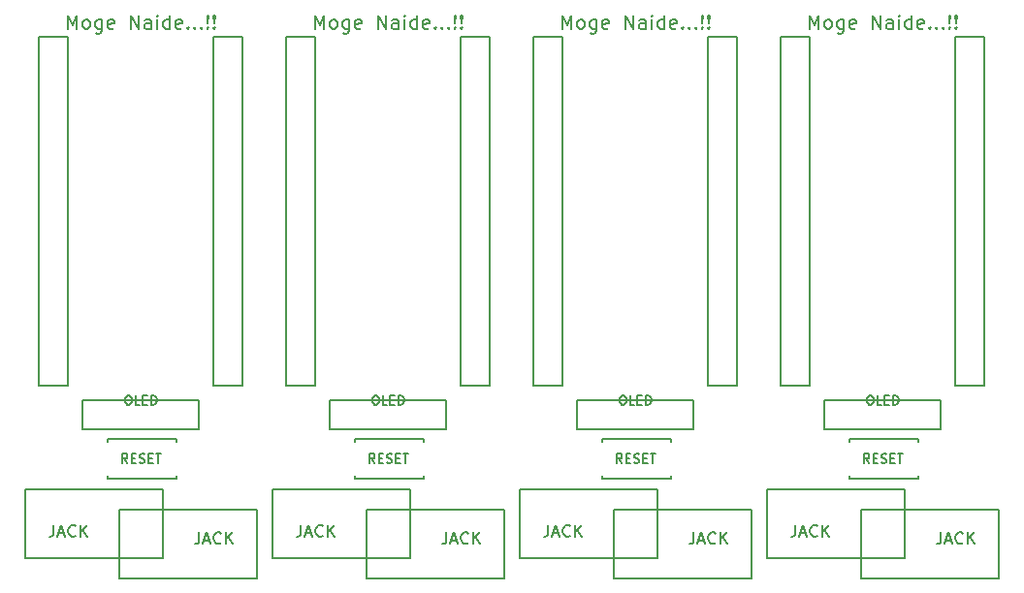
<source format=gto>
G04 #@! TF.GenerationSoftware,KiCad,Pcbnew,5.0.0-fee4fd1~66~ubuntu18.04.1*
G04 #@! TF.CreationDate,2018-09-17T00:42:53+09:00*
G04 #@! TF.ProjectId,MxLEDBit,4D784C45444269742E6B696361645F70,1*
G04 #@! TF.SameCoordinates,Original*
G04 #@! TF.FileFunction,Legend,Top*
G04 #@! TF.FilePolarity,Positive*
%FSLAX46Y46*%
G04 Gerber Fmt 4.6, Leading zero omitted, Abs format (unit mm)*
G04 Created by KiCad (PCBNEW 5.0.0-fee4fd1~66~ubuntu18.04.1) date Mon Sep 17 00:42:53 2018*
%MOMM*%
%LPD*%
G01*
G04 APERTURE LIST*
%ADD10C,0.200000*%
%ADD11C,0.187500*%
%ADD12C,0.150000*%
G04 APERTURE END LIST*
D10*
X95885000Y-79375000D02*
X95885000Y-81915000D01*
X117475000Y-79375000D02*
X117475000Y-81915000D01*
X139065000Y-79375000D02*
X139065000Y-81915000D01*
X95885000Y-81915000D02*
X106045000Y-81915000D01*
X117475000Y-81915000D02*
X127635000Y-81915000D01*
X139065000Y-81915000D02*
X149225000Y-81915000D01*
X106045000Y-81915000D02*
X106045000Y-79375000D01*
X127635000Y-81915000D02*
X127635000Y-79375000D01*
X149225000Y-81915000D02*
X149225000Y-79375000D01*
X106045000Y-79375000D02*
X95885000Y-79375000D01*
X127635000Y-79375000D02*
X117475000Y-79375000D01*
X149225000Y-79375000D02*
X139065000Y-79375000D01*
D11*
X94565000Y-46897857D02*
X94565000Y-45697857D01*
X94965000Y-46555000D01*
X95365000Y-45697857D01*
X95365000Y-46897857D01*
X96107857Y-46897857D02*
X95993571Y-46840714D01*
X95936428Y-46783571D01*
X95879285Y-46669285D01*
X95879285Y-46326428D01*
X95936428Y-46212142D01*
X95993571Y-46155000D01*
X96107857Y-46097857D01*
X96279285Y-46097857D01*
X96393571Y-46155000D01*
X96450714Y-46212142D01*
X96507857Y-46326428D01*
X96507857Y-46669285D01*
X96450714Y-46783571D01*
X96393571Y-46840714D01*
X96279285Y-46897857D01*
X96107857Y-46897857D01*
X97536428Y-46097857D02*
X97536428Y-47069285D01*
X97479285Y-47183571D01*
X97422142Y-47240714D01*
X97307857Y-47297857D01*
X97136428Y-47297857D01*
X97022142Y-47240714D01*
X97536428Y-46840714D02*
X97422142Y-46897857D01*
X97193571Y-46897857D01*
X97079285Y-46840714D01*
X97022142Y-46783571D01*
X96965000Y-46669285D01*
X96965000Y-46326428D01*
X97022142Y-46212142D01*
X97079285Y-46155000D01*
X97193571Y-46097857D01*
X97422142Y-46097857D01*
X97536428Y-46155000D01*
X98565000Y-46840714D02*
X98450714Y-46897857D01*
X98222142Y-46897857D01*
X98107857Y-46840714D01*
X98050714Y-46726428D01*
X98050714Y-46269285D01*
X98107857Y-46155000D01*
X98222142Y-46097857D01*
X98450714Y-46097857D01*
X98565000Y-46155000D01*
X98622142Y-46269285D01*
X98622142Y-46383571D01*
X98050714Y-46497857D01*
X100050714Y-46897857D02*
X100050714Y-45697857D01*
X100736428Y-46897857D01*
X100736428Y-45697857D01*
X101822142Y-46897857D02*
X101822142Y-46269285D01*
X101765000Y-46155000D01*
X101650714Y-46097857D01*
X101422142Y-46097857D01*
X101307857Y-46155000D01*
X101822142Y-46840714D02*
X101707857Y-46897857D01*
X101422142Y-46897857D01*
X101307857Y-46840714D01*
X101250714Y-46726428D01*
X101250714Y-46612142D01*
X101307857Y-46497857D01*
X101422142Y-46440714D01*
X101707857Y-46440714D01*
X101822142Y-46383571D01*
X102393571Y-46897857D02*
X102393571Y-46097857D01*
X102393571Y-45697857D02*
X102336428Y-45755000D01*
X102393571Y-45812142D01*
X102450714Y-45755000D01*
X102393571Y-45697857D01*
X102393571Y-45812142D01*
X103479285Y-46897857D02*
X103479285Y-45697857D01*
X103479285Y-46840714D02*
X103365000Y-46897857D01*
X103136428Y-46897857D01*
X103022142Y-46840714D01*
X102965000Y-46783571D01*
X102907857Y-46669285D01*
X102907857Y-46326428D01*
X102965000Y-46212142D01*
X103022142Y-46155000D01*
X103136428Y-46097857D01*
X103365000Y-46097857D01*
X103479285Y-46155000D01*
X104507857Y-46840714D02*
X104393571Y-46897857D01*
X104165000Y-46897857D01*
X104050714Y-46840714D01*
X103993571Y-46726428D01*
X103993571Y-46269285D01*
X104050714Y-46155000D01*
X104165000Y-46097857D01*
X104393571Y-46097857D01*
X104507857Y-46155000D01*
X104565000Y-46269285D01*
X104565000Y-46383571D01*
X103993571Y-46497857D01*
X105079285Y-46783571D02*
X105136428Y-46840714D01*
X105079285Y-46897857D01*
X105022142Y-46840714D01*
X105079285Y-46783571D01*
X105079285Y-46897857D01*
X105650714Y-46783571D02*
X105707857Y-46840714D01*
X105650714Y-46897857D01*
X105593571Y-46840714D01*
X105650714Y-46783571D01*
X105650714Y-46897857D01*
X106222142Y-46783571D02*
X106279285Y-46840714D01*
X106222142Y-46897857D01*
X106165000Y-46840714D01*
X106222142Y-46783571D01*
X106222142Y-46897857D01*
X106793571Y-46783571D02*
X106850714Y-46840714D01*
X106793571Y-46897857D01*
X106736428Y-46840714D01*
X106793571Y-46783571D01*
X106793571Y-46897857D01*
X106793571Y-46440714D02*
X106736428Y-45755000D01*
X106793571Y-45697857D01*
X106850714Y-45755000D01*
X106793571Y-46440714D01*
X106793571Y-45697857D01*
X107365000Y-46783571D02*
X107422142Y-46840714D01*
X107365000Y-46897857D01*
X107307857Y-46840714D01*
X107365000Y-46783571D01*
X107365000Y-46897857D01*
X107365000Y-46440714D02*
X107307857Y-45755000D01*
X107365000Y-45697857D01*
X107422142Y-45755000D01*
X107365000Y-46440714D01*
X107365000Y-45697857D01*
X116155000Y-46897857D02*
X116155000Y-45697857D01*
X116555000Y-46555000D01*
X116955000Y-45697857D01*
X116955000Y-46897857D01*
X117697857Y-46897857D02*
X117583571Y-46840714D01*
X117526428Y-46783571D01*
X117469285Y-46669285D01*
X117469285Y-46326428D01*
X117526428Y-46212142D01*
X117583571Y-46155000D01*
X117697857Y-46097857D01*
X117869285Y-46097857D01*
X117983571Y-46155000D01*
X118040714Y-46212142D01*
X118097857Y-46326428D01*
X118097857Y-46669285D01*
X118040714Y-46783571D01*
X117983571Y-46840714D01*
X117869285Y-46897857D01*
X117697857Y-46897857D01*
X119126428Y-46097857D02*
X119126428Y-47069285D01*
X119069285Y-47183571D01*
X119012142Y-47240714D01*
X118897857Y-47297857D01*
X118726428Y-47297857D01*
X118612142Y-47240714D01*
X119126428Y-46840714D02*
X119012142Y-46897857D01*
X118783571Y-46897857D01*
X118669285Y-46840714D01*
X118612142Y-46783571D01*
X118555000Y-46669285D01*
X118555000Y-46326428D01*
X118612142Y-46212142D01*
X118669285Y-46155000D01*
X118783571Y-46097857D01*
X119012142Y-46097857D01*
X119126428Y-46155000D01*
X120155000Y-46840714D02*
X120040714Y-46897857D01*
X119812142Y-46897857D01*
X119697857Y-46840714D01*
X119640714Y-46726428D01*
X119640714Y-46269285D01*
X119697857Y-46155000D01*
X119812142Y-46097857D01*
X120040714Y-46097857D01*
X120155000Y-46155000D01*
X120212142Y-46269285D01*
X120212142Y-46383571D01*
X119640714Y-46497857D01*
X121640714Y-46897857D02*
X121640714Y-45697857D01*
X122326428Y-46897857D01*
X122326428Y-45697857D01*
X123412142Y-46897857D02*
X123412142Y-46269285D01*
X123355000Y-46155000D01*
X123240714Y-46097857D01*
X123012142Y-46097857D01*
X122897857Y-46155000D01*
X123412142Y-46840714D02*
X123297857Y-46897857D01*
X123012142Y-46897857D01*
X122897857Y-46840714D01*
X122840714Y-46726428D01*
X122840714Y-46612142D01*
X122897857Y-46497857D01*
X123012142Y-46440714D01*
X123297857Y-46440714D01*
X123412142Y-46383571D01*
X123983571Y-46897857D02*
X123983571Y-46097857D01*
X123983571Y-45697857D02*
X123926428Y-45755000D01*
X123983571Y-45812142D01*
X124040714Y-45755000D01*
X123983571Y-45697857D01*
X123983571Y-45812142D01*
X125069285Y-46897857D02*
X125069285Y-45697857D01*
X125069285Y-46840714D02*
X124955000Y-46897857D01*
X124726428Y-46897857D01*
X124612142Y-46840714D01*
X124555000Y-46783571D01*
X124497857Y-46669285D01*
X124497857Y-46326428D01*
X124555000Y-46212142D01*
X124612142Y-46155000D01*
X124726428Y-46097857D01*
X124955000Y-46097857D01*
X125069285Y-46155000D01*
X126097857Y-46840714D02*
X125983571Y-46897857D01*
X125755000Y-46897857D01*
X125640714Y-46840714D01*
X125583571Y-46726428D01*
X125583571Y-46269285D01*
X125640714Y-46155000D01*
X125755000Y-46097857D01*
X125983571Y-46097857D01*
X126097857Y-46155000D01*
X126155000Y-46269285D01*
X126155000Y-46383571D01*
X125583571Y-46497857D01*
X126669285Y-46783571D02*
X126726428Y-46840714D01*
X126669285Y-46897857D01*
X126612142Y-46840714D01*
X126669285Y-46783571D01*
X126669285Y-46897857D01*
X127240714Y-46783571D02*
X127297857Y-46840714D01*
X127240714Y-46897857D01*
X127183571Y-46840714D01*
X127240714Y-46783571D01*
X127240714Y-46897857D01*
X127812142Y-46783571D02*
X127869285Y-46840714D01*
X127812142Y-46897857D01*
X127755000Y-46840714D01*
X127812142Y-46783571D01*
X127812142Y-46897857D01*
X128383571Y-46783571D02*
X128440714Y-46840714D01*
X128383571Y-46897857D01*
X128326428Y-46840714D01*
X128383571Y-46783571D01*
X128383571Y-46897857D01*
X128383571Y-46440714D02*
X128326428Y-45755000D01*
X128383571Y-45697857D01*
X128440714Y-45755000D01*
X128383571Y-46440714D01*
X128383571Y-45697857D01*
X128955000Y-46783571D02*
X129012142Y-46840714D01*
X128955000Y-46897857D01*
X128897857Y-46840714D01*
X128955000Y-46783571D01*
X128955000Y-46897857D01*
X128955000Y-46440714D02*
X128897857Y-45755000D01*
X128955000Y-45697857D01*
X129012142Y-45755000D01*
X128955000Y-46440714D01*
X128955000Y-45697857D01*
X137745000Y-46897857D02*
X137745000Y-45697857D01*
X138145000Y-46555000D01*
X138545000Y-45697857D01*
X138545000Y-46897857D01*
X139287857Y-46897857D02*
X139173571Y-46840714D01*
X139116428Y-46783571D01*
X139059285Y-46669285D01*
X139059285Y-46326428D01*
X139116428Y-46212142D01*
X139173571Y-46155000D01*
X139287857Y-46097857D01*
X139459285Y-46097857D01*
X139573571Y-46155000D01*
X139630714Y-46212142D01*
X139687857Y-46326428D01*
X139687857Y-46669285D01*
X139630714Y-46783571D01*
X139573571Y-46840714D01*
X139459285Y-46897857D01*
X139287857Y-46897857D01*
X140716428Y-46097857D02*
X140716428Y-47069285D01*
X140659285Y-47183571D01*
X140602142Y-47240714D01*
X140487857Y-47297857D01*
X140316428Y-47297857D01*
X140202142Y-47240714D01*
X140716428Y-46840714D02*
X140602142Y-46897857D01*
X140373571Y-46897857D01*
X140259285Y-46840714D01*
X140202142Y-46783571D01*
X140145000Y-46669285D01*
X140145000Y-46326428D01*
X140202142Y-46212142D01*
X140259285Y-46155000D01*
X140373571Y-46097857D01*
X140602142Y-46097857D01*
X140716428Y-46155000D01*
X141745000Y-46840714D02*
X141630714Y-46897857D01*
X141402142Y-46897857D01*
X141287857Y-46840714D01*
X141230714Y-46726428D01*
X141230714Y-46269285D01*
X141287857Y-46155000D01*
X141402142Y-46097857D01*
X141630714Y-46097857D01*
X141745000Y-46155000D01*
X141802142Y-46269285D01*
X141802142Y-46383571D01*
X141230714Y-46497857D01*
X143230714Y-46897857D02*
X143230714Y-45697857D01*
X143916428Y-46897857D01*
X143916428Y-45697857D01*
X145002142Y-46897857D02*
X145002142Y-46269285D01*
X144945000Y-46155000D01*
X144830714Y-46097857D01*
X144602142Y-46097857D01*
X144487857Y-46155000D01*
X145002142Y-46840714D02*
X144887857Y-46897857D01*
X144602142Y-46897857D01*
X144487857Y-46840714D01*
X144430714Y-46726428D01*
X144430714Y-46612142D01*
X144487857Y-46497857D01*
X144602142Y-46440714D01*
X144887857Y-46440714D01*
X145002142Y-46383571D01*
X145573571Y-46897857D02*
X145573571Y-46097857D01*
X145573571Y-45697857D02*
X145516428Y-45755000D01*
X145573571Y-45812142D01*
X145630714Y-45755000D01*
X145573571Y-45697857D01*
X145573571Y-45812142D01*
X146659285Y-46897857D02*
X146659285Y-45697857D01*
X146659285Y-46840714D02*
X146545000Y-46897857D01*
X146316428Y-46897857D01*
X146202142Y-46840714D01*
X146145000Y-46783571D01*
X146087857Y-46669285D01*
X146087857Y-46326428D01*
X146145000Y-46212142D01*
X146202142Y-46155000D01*
X146316428Y-46097857D01*
X146545000Y-46097857D01*
X146659285Y-46155000D01*
X147687857Y-46840714D02*
X147573571Y-46897857D01*
X147345000Y-46897857D01*
X147230714Y-46840714D01*
X147173571Y-46726428D01*
X147173571Y-46269285D01*
X147230714Y-46155000D01*
X147345000Y-46097857D01*
X147573571Y-46097857D01*
X147687857Y-46155000D01*
X147745000Y-46269285D01*
X147745000Y-46383571D01*
X147173571Y-46497857D01*
X148259285Y-46783571D02*
X148316428Y-46840714D01*
X148259285Y-46897857D01*
X148202142Y-46840714D01*
X148259285Y-46783571D01*
X148259285Y-46897857D01*
X148830714Y-46783571D02*
X148887857Y-46840714D01*
X148830714Y-46897857D01*
X148773571Y-46840714D01*
X148830714Y-46783571D01*
X148830714Y-46897857D01*
X149402142Y-46783571D02*
X149459285Y-46840714D01*
X149402142Y-46897857D01*
X149345000Y-46840714D01*
X149402142Y-46783571D01*
X149402142Y-46897857D01*
X149973571Y-46783571D02*
X150030714Y-46840714D01*
X149973571Y-46897857D01*
X149916428Y-46840714D01*
X149973571Y-46783571D01*
X149973571Y-46897857D01*
X149973571Y-46440714D02*
X149916428Y-45755000D01*
X149973571Y-45697857D01*
X150030714Y-45755000D01*
X149973571Y-46440714D01*
X149973571Y-45697857D01*
X150545000Y-46783571D02*
X150602142Y-46840714D01*
X150545000Y-46897857D01*
X150487857Y-46840714D01*
X150545000Y-46783571D01*
X150545000Y-46897857D01*
X150545000Y-46440714D02*
X150487857Y-45755000D01*
X150545000Y-45697857D01*
X150602142Y-45755000D01*
X150545000Y-46440714D01*
X150545000Y-45697857D01*
X159335000Y-46897857D02*
X159335000Y-45697857D01*
X159735000Y-46555000D01*
X160135000Y-45697857D01*
X160135000Y-46897857D01*
X160877857Y-46897857D02*
X160763571Y-46840714D01*
X160706428Y-46783571D01*
X160649285Y-46669285D01*
X160649285Y-46326428D01*
X160706428Y-46212142D01*
X160763571Y-46155000D01*
X160877857Y-46097857D01*
X161049285Y-46097857D01*
X161163571Y-46155000D01*
X161220714Y-46212142D01*
X161277857Y-46326428D01*
X161277857Y-46669285D01*
X161220714Y-46783571D01*
X161163571Y-46840714D01*
X161049285Y-46897857D01*
X160877857Y-46897857D01*
X162306428Y-46097857D02*
X162306428Y-47069285D01*
X162249285Y-47183571D01*
X162192142Y-47240714D01*
X162077857Y-47297857D01*
X161906428Y-47297857D01*
X161792142Y-47240714D01*
X162306428Y-46840714D02*
X162192142Y-46897857D01*
X161963571Y-46897857D01*
X161849285Y-46840714D01*
X161792142Y-46783571D01*
X161735000Y-46669285D01*
X161735000Y-46326428D01*
X161792142Y-46212142D01*
X161849285Y-46155000D01*
X161963571Y-46097857D01*
X162192142Y-46097857D01*
X162306428Y-46155000D01*
X163335000Y-46840714D02*
X163220714Y-46897857D01*
X162992142Y-46897857D01*
X162877857Y-46840714D01*
X162820714Y-46726428D01*
X162820714Y-46269285D01*
X162877857Y-46155000D01*
X162992142Y-46097857D01*
X163220714Y-46097857D01*
X163335000Y-46155000D01*
X163392142Y-46269285D01*
X163392142Y-46383571D01*
X162820714Y-46497857D01*
X164820714Y-46897857D02*
X164820714Y-45697857D01*
X165506428Y-46897857D01*
X165506428Y-45697857D01*
X166592142Y-46897857D02*
X166592142Y-46269285D01*
X166535000Y-46155000D01*
X166420714Y-46097857D01*
X166192142Y-46097857D01*
X166077857Y-46155000D01*
X166592142Y-46840714D02*
X166477857Y-46897857D01*
X166192142Y-46897857D01*
X166077857Y-46840714D01*
X166020714Y-46726428D01*
X166020714Y-46612142D01*
X166077857Y-46497857D01*
X166192142Y-46440714D01*
X166477857Y-46440714D01*
X166592142Y-46383571D01*
X167163571Y-46897857D02*
X167163571Y-46097857D01*
X167163571Y-45697857D02*
X167106428Y-45755000D01*
X167163571Y-45812142D01*
X167220714Y-45755000D01*
X167163571Y-45697857D01*
X167163571Y-45812142D01*
X168249285Y-46897857D02*
X168249285Y-45697857D01*
X168249285Y-46840714D02*
X168135000Y-46897857D01*
X167906428Y-46897857D01*
X167792142Y-46840714D01*
X167735000Y-46783571D01*
X167677857Y-46669285D01*
X167677857Y-46326428D01*
X167735000Y-46212142D01*
X167792142Y-46155000D01*
X167906428Y-46097857D01*
X168135000Y-46097857D01*
X168249285Y-46155000D01*
X169277857Y-46840714D02*
X169163571Y-46897857D01*
X168935000Y-46897857D01*
X168820714Y-46840714D01*
X168763571Y-46726428D01*
X168763571Y-46269285D01*
X168820714Y-46155000D01*
X168935000Y-46097857D01*
X169163571Y-46097857D01*
X169277857Y-46155000D01*
X169335000Y-46269285D01*
X169335000Y-46383571D01*
X168763571Y-46497857D01*
X169849285Y-46783571D02*
X169906428Y-46840714D01*
X169849285Y-46897857D01*
X169792142Y-46840714D01*
X169849285Y-46783571D01*
X169849285Y-46897857D01*
X170420714Y-46783571D02*
X170477857Y-46840714D01*
X170420714Y-46897857D01*
X170363571Y-46840714D01*
X170420714Y-46783571D01*
X170420714Y-46897857D01*
X170992142Y-46783571D02*
X171049285Y-46840714D01*
X170992142Y-46897857D01*
X170935000Y-46840714D01*
X170992142Y-46783571D01*
X170992142Y-46897857D01*
X171563571Y-46783571D02*
X171620714Y-46840714D01*
X171563571Y-46897857D01*
X171506428Y-46840714D01*
X171563571Y-46783571D01*
X171563571Y-46897857D01*
X171563571Y-46440714D02*
X171506428Y-45755000D01*
X171563571Y-45697857D01*
X171620714Y-45755000D01*
X171563571Y-46440714D01*
X171563571Y-45697857D01*
X172135000Y-46783571D02*
X172192142Y-46840714D01*
X172135000Y-46897857D01*
X172077857Y-46840714D01*
X172135000Y-46783571D01*
X172135000Y-46897857D01*
X172135000Y-46440714D02*
X172077857Y-45755000D01*
X172135000Y-45697857D01*
X172192142Y-45755000D01*
X172135000Y-46440714D01*
X172135000Y-45697857D01*
D10*
X170815000Y-79375000D02*
X160655000Y-79375000D01*
X170815000Y-81915000D02*
X170815000Y-79375000D01*
X160655000Y-81915000D02*
X170815000Y-81915000D01*
X160655000Y-79375000D02*
X160655000Y-81915000D01*
D12*
G04 #@! TO.C,RESET1*
X104040000Y-82705000D02*
X104040000Y-82955000D01*
X98040000Y-82705000D02*
X104040000Y-82705000D01*
X98040000Y-82705000D02*
X98040000Y-82955000D01*
X98040000Y-86205000D02*
X98040000Y-85955000D01*
X104040000Y-86205000D02*
X104040000Y-85955000D01*
X98040000Y-86205000D02*
X104040000Y-86205000D01*
X125630000Y-82705000D02*
X125630000Y-82955000D01*
X119630000Y-82705000D02*
X125630000Y-82705000D01*
X119630000Y-82705000D02*
X119630000Y-82955000D01*
X119630000Y-86205000D02*
X119630000Y-85955000D01*
X125630000Y-86205000D02*
X125630000Y-85955000D01*
X119630000Y-86205000D02*
X125630000Y-86205000D01*
X147220000Y-82705000D02*
X147220000Y-82955000D01*
X141220000Y-82705000D02*
X147220000Y-82705000D01*
X141220000Y-82705000D02*
X141220000Y-82955000D01*
X141220000Y-86205000D02*
X141220000Y-85955000D01*
X147220000Y-86205000D02*
X147220000Y-85955000D01*
X141220000Y-86205000D02*
X147220000Y-86205000D01*
G04 #@! TO.C,JACK*
X90855000Y-93130000D02*
X90855000Y-87130000D01*
X90855000Y-87130000D02*
X102855000Y-87130000D01*
X102855000Y-87130000D02*
X102855000Y-93130000D01*
X102855000Y-93130000D02*
X90855000Y-93130000D01*
X112445000Y-93130000D02*
X112445000Y-87130000D01*
X112445000Y-87130000D02*
X124445000Y-87130000D01*
X124445000Y-87130000D02*
X124445000Y-93130000D01*
X124445000Y-93130000D02*
X112445000Y-93130000D01*
X134035000Y-93130000D02*
X134035000Y-87130000D01*
X134035000Y-87130000D02*
X146035000Y-87130000D01*
X146035000Y-87130000D02*
X146035000Y-93130000D01*
X146035000Y-93130000D02*
X134035000Y-93130000D01*
X111075000Y-88880000D02*
X111075000Y-94880000D01*
X111075000Y-94880000D02*
X99075000Y-94880000D01*
X99075000Y-94880000D02*
X99075000Y-88880000D01*
X99075000Y-88880000D02*
X111075000Y-88880000D01*
X132665000Y-88880000D02*
X132665000Y-94880000D01*
X132665000Y-94880000D02*
X120665000Y-94880000D01*
X120665000Y-94880000D02*
X120665000Y-88880000D01*
X120665000Y-88880000D02*
X132665000Y-88880000D01*
X154255000Y-88880000D02*
X154255000Y-94880000D01*
X154255000Y-94880000D02*
X142255000Y-94880000D01*
X142255000Y-94880000D02*
X142255000Y-88880000D01*
X142255000Y-88880000D02*
X154255000Y-88880000D01*
G04 #@! TO.C,U2*
X109855000Y-78105000D02*
X109855000Y-47625000D01*
X107315000Y-78105000D02*
X109855000Y-78105000D01*
X107315000Y-47625000D02*
X107315000Y-78105000D01*
X109855000Y-47625000D02*
X107315000Y-47625000D01*
X94615000Y-78105000D02*
X94615000Y-47625000D01*
X92075000Y-78105000D02*
X94615000Y-78105000D01*
X92075000Y-47625000D02*
X92075000Y-78105000D01*
X94615000Y-47625000D02*
X92075000Y-47625000D01*
X131445000Y-78105000D02*
X131445000Y-47625000D01*
X128905000Y-78105000D02*
X131445000Y-78105000D01*
X128905000Y-47625000D02*
X128905000Y-78105000D01*
X131445000Y-47625000D02*
X128905000Y-47625000D01*
X116205000Y-78105000D02*
X116205000Y-47625000D01*
X113665000Y-78105000D02*
X116205000Y-78105000D01*
X113665000Y-47625000D02*
X113665000Y-78105000D01*
X116205000Y-47625000D02*
X113665000Y-47625000D01*
X153035000Y-78105000D02*
X153035000Y-47625000D01*
X150495000Y-78105000D02*
X153035000Y-78105000D01*
X150495000Y-47625000D02*
X150495000Y-78105000D01*
X153035000Y-47625000D02*
X150495000Y-47625000D01*
X137795000Y-78105000D02*
X137795000Y-47625000D01*
X135255000Y-78105000D02*
X137795000Y-78105000D01*
X135255000Y-47625000D02*
X135255000Y-78105000D01*
X137795000Y-47625000D02*
X135255000Y-47625000D01*
G04 #@! TO.C,OLED*
X95885000Y-81915000D02*
X95885000Y-79375000D01*
X106045000Y-79375000D02*
X106045000Y-81915000D01*
X95885000Y-79375000D02*
X106045000Y-79375000D01*
X95885000Y-81915000D02*
X106045000Y-81915000D01*
X117475000Y-81915000D02*
X117475000Y-79375000D01*
X127635000Y-79375000D02*
X127635000Y-81915000D01*
X117475000Y-79375000D02*
X127635000Y-79375000D01*
X117475000Y-81915000D02*
X127635000Y-81915000D01*
X139065000Y-81915000D02*
X139065000Y-79375000D01*
X149225000Y-79375000D02*
X149225000Y-81915000D01*
X139065000Y-79375000D02*
X149225000Y-79375000D01*
X139065000Y-81915000D02*
X149225000Y-81915000D01*
G04 #@! TO.C,JACK*
X167625000Y-93130000D02*
X155625000Y-93130000D01*
X167625000Y-87130000D02*
X167625000Y-93130000D01*
X155625000Y-87130000D02*
X167625000Y-87130000D01*
X155625000Y-93130000D02*
X155625000Y-87130000D01*
X163845000Y-88880000D02*
X175845000Y-88880000D01*
X163845000Y-94880000D02*
X163845000Y-88880000D01*
X175845000Y-94880000D02*
X163845000Y-94880000D01*
X175845000Y-88880000D02*
X175845000Y-94880000D01*
G04 #@! TO.C,OLED*
X160655000Y-81915000D02*
X170815000Y-81915000D01*
X160655000Y-79375000D02*
X170815000Y-79375000D01*
X170815000Y-79375000D02*
X170815000Y-81915000D01*
X160655000Y-81915000D02*
X160655000Y-79375000D01*
G04 #@! TO.C,U2*
X159385000Y-47625000D02*
X156845000Y-47625000D01*
X156845000Y-47625000D02*
X156845000Y-78105000D01*
X156845000Y-78105000D02*
X159385000Y-78105000D01*
X159385000Y-78105000D02*
X159385000Y-47625000D01*
X174625000Y-47625000D02*
X172085000Y-47625000D01*
X172085000Y-47625000D02*
X172085000Y-78105000D01*
X172085000Y-78105000D02*
X174625000Y-78105000D01*
X174625000Y-78105000D02*
X174625000Y-47625000D01*
G04 #@! TO.C,RESET1*
X162810000Y-86205000D02*
X168810000Y-86205000D01*
X168810000Y-86205000D02*
X168810000Y-85955000D01*
X162810000Y-86205000D02*
X162810000Y-85955000D01*
X162810000Y-82705000D02*
X162810000Y-82955000D01*
X162810000Y-82705000D02*
X168810000Y-82705000D01*
X168810000Y-82705000D02*
X168810000Y-82955000D01*
X99784504Y-84822695D02*
X99513571Y-84435647D01*
X99320047Y-84822695D02*
X99320047Y-84009895D01*
X99629685Y-84009895D01*
X99707095Y-84048600D01*
X99745800Y-84087304D01*
X99784504Y-84164714D01*
X99784504Y-84280828D01*
X99745800Y-84358238D01*
X99707095Y-84396942D01*
X99629685Y-84435647D01*
X99320047Y-84435647D01*
X100132847Y-84396942D02*
X100403780Y-84396942D01*
X100519895Y-84822695D02*
X100132847Y-84822695D01*
X100132847Y-84009895D01*
X100519895Y-84009895D01*
X100829533Y-84783990D02*
X100945647Y-84822695D01*
X101139171Y-84822695D01*
X101216580Y-84783990D01*
X101255285Y-84745285D01*
X101293990Y-84667876D01*
X101293990Y-84590466D01*
X101255285Y-84513057D01*
X101216580Y-84474352D01*
X101139171Y-84435647D01*
X100984352Y-84396942D01*
X100906942Y-84358238D01*
X100868238Y-84319533D01*
X100829533Y-84242123D01*
X100829533Y-84164714D01*
X100868238Y-84087304D01*
X100906942Y-84048600D01*
X100984352Y-84009895D01*
X101177876Y-84009895D01*
X101293990Y-84048600D01*
X101642333Y-84396942D02*
X101913266Y-84396942D01*
X102029380Y-84822695D02*
X101642333Y-84822695D01*
X101642333Y-84009895D01*
X102029380Y-84009895D01*
X102261609Y-84009895D02*
X102726066Y-84009895D01*
X102493838Y-84822695D02*
X102493838Y-84009895D01*
X121374504Y-84822695D02*
X121103571Y-84435647D01*
X120910047Y-84822695D02*
X120910047Y-84009895D01*
X121219685Y-84009895D01*
X121297095Y-84048600D01*
X121335800Y-84087304D01*
X121374504Y-84164714D01*
X121374504Y-84280828D01*
X121335800Y-84358238D01*
X121297095Y-84396942D01*
X121219685Y-84435647D01*
X120910047Y-84435647D01*
X121722847Y-84396942D02*
X121993780Y-84396942D01*
X122109895Y-84822695D02*
X121722847Y-84822695D01*
X121722847Y-84009895D01*
X122109895Y-84009895D01*
X122419533Y-84783990D02*
X122535647Y-84822695D01*
X122729171Y-84822695D01*
X122806580Y-84783990D01*
X122845285Y-84745285D01*
X122883990Y-84667876D01*
X122883990Y-84590466D01*
X122845285Y-84513057D01*
X122806580Y-84474352D01*
X122729171Y-84435647D01*
X122574352Y-84396942D01*
X122496942Y-84358238D01*
X122458238Y-84319533D01*
X122419533Y-84242123D01*
X122419533Y-84164714D01*
X122458238Y-84087304D01*
X122496942Y-84048600D01*
X122574352Y-84009895D01*
X122767876Y-84009895D01*
X122883990Y-84048600D01*
X123232333Y-84396942D02*
X123503266Y-84396942D01*
X123619380Y-84822695D02*
X123232333Y-84822695D01*
X123232333Y-84009895D01*
X123619380Y-84009895D01*
X123851609Y-84009895D02*
X124316066Y-84009895D01*
X124083838Y-84822695D02*
X124083838Y-84009895D01*
X142964504Y-84822695D02*
X142693571Y-84435647D01*
X142500047Y-84822695D02*
X142500047Y-84009895D01*
X142809685Y-84009895D01*
X142887095Y-84048600D01*
X142925800Y-84087304D01*
X142964504Y-84164714D01*
X142964504Y-84280828D01*
X142925800Y-84358238D01*
X142887095Y-84396942D01*
X142809685Y-84435647D01*
X142500047Y-84435647D01*
X143312847Y-84396942D02*
X143583780Y-84396942D01*
X143699895Y-84822695D02*
X143312847Y-84822695D01*
X143312847Y-84009895D01*
X143699895Y-84009895D01*
X144009533Y-84783990D02*
X144125647Y-84822695D01*
X144319171Y-84822695D01*
X144396580Y-84783990D01*
X144435285Y-84745285D01*
X144473990Y-84667876D01*
X144473990Y-84590466D01*
X144435285Y-84513057D01*
X144396580Y-84474352D01*
X144319171Y-84435647D01*
X144164352Y-84396942D01*
X144086942Y-84358238D01*
X144048238Y-84319533D01*
X144009533Y-84242123D01*
X144009533Y-84164714D01*
X144048238Y-84087304D01*
X144086942Y-84048600D01*
X144164352Y-84009895D01*
X144357876Y-84009895D01*
X144473990Y-84048600D01*
X144822333Y-84396942D02*
X145093266Y-84396942D01*
X145209380Y-84822695D02*
X144822333Y-84822695D01*
X144822333Y-84009895D01*
X145209380Y-84009895D01*
X145441609Y-84009895D02*
X145906066Y-84009895D01*
X145673838Y-84822695D02*
X145673838Y-84009895D01*
G04 #@! TO.C,JACK*
X93329285Y-90257380D02*
X93329285Y-90971666D01*
X93281666Y-91114523D01*
X93186428Y-91209761D01*
X93043571Y-91257380D01*
X92948333Y-91257380D01*
X93757857Y-90971666D02*
X94234047Y-90971666D01*
X93662619Y-91257380D02*
X93995952Y-90257380D01*
X94329285Y-91257380D01*
X95234047Y-91162142D02*
X95186428Y-91209761D01*
X95043571Y-91257380D01*
X94948333Y-91257380D01*
X94805476Y-91209761D01*
X94710238Y-91114523D01*
X94662619Y-91019285D01*
X94615000Y-90828809D01*
X94615000Y-90685952D01*
X94662619Y-90495476D01*
X94710238Y-90400238D01*
X94805476Y-90305000D01*
X94948333Y-90257380D01*
X95043571Y-90257380D01*
X95186428Y-90305000D01*
X95234047Y-90352619D01*
X95662619Y-91257380D02*
X95662619Y-90257380D01*
X96234047Y-91257380D02*
X95805476Y-90685952D01*
X96234047Y-90257380D02*
X95662619Y-90828809D01*
X114919285Y-90257380D02*
X114919285Y-90971666D01*
X114871666Y-91114523D01*
X114776428Y-91209761D01*
X114633571Y-91257380D01*
X114538333Y-91257380D01*
X115347857Y-90971666D02*
X115824047Y-90971666D01*
X115252619Y-91257380D02*
X115585952Y-90257380D01*
X115919285Y-91257380D01*
X116824047Y-91162142D02*
X116776428Y-91209761D01*
X116633571Y-91257380D01*
X116538333Y-91257380D01*
X116395476Y-91209761D01*
X116300238Y-91114523D01*
X116252619Y-91019285D01*
X116205000Y-90828809D01*
X116205000Y-90685952D01*
X116252619Y-90495476D01*
X116300238Y-90400238D01*
X116395476Y-90305000D01*
X116538333Y-90257380D01*
X116633571Y-90257380D01*
X116776428Y-90305000D01*
X116824047Y-90352619D01*
X117252619Y-91257380D02*
X117252619Y-90257380D01*
X117824047Y-91257380D02*
X117395476Y-90685952D01*
X117824047Y-90257380D02*
X117252619Y-90828809D01*
X136509285Y-90257380D02*
X136509285Y-90971666D01*
X136461666Y-91114523D01*
X136366428Y-91209761D01*
X136223571Y-91257380D01*
X136128333Y-91257380D01*
X136937857Y-90971666D02*
X137414047Y-90971666D01*
X136842619Y-91257380D02*
X137175952Y-90257380D01*
X137509285Y-91257380D01*
X138414047Y-91162142D02*
X138366428Y-91209761D01*
X138223571Y-91257380D01*
X138128333Y-91257380D01*
X137985476Y-91209761D01*
X137890238Y-91114523D01*
X137842619Y-91019285D01*
X137795000Y-90828809D01*
X137795000Y-90685952D01*
X137842619Y-90495476D01*
X137890238Y-90400238D01*
X137985476Y-90305000D01*
X138128333Y-90257380D01*
X138223571Y-90257380D01*
X138366428Y-90305000D01*
X138414047Y-90352619D01*
X138842619Y-91257380D02*
X138842619Y-90257380D01*
X139414047Y-91257380D02*
X138985476Y-90685952D01*
X139414047Y-90257380D02*
X138842619Y-90828809D01*
X106029285Y-90892380D02*
X106029285Y-91606666D01*
X105981666Y-91749523D01*
X105886428Y-91844761D01*
X105743571Y-91892380D01*
X105648333Y-91892380D01*
X106457857Y-91606666D02*
X106934047Y-91606666D01*
X106362619Y-91892380D02*
X106695952Y-90892380D01*
X107029285Y-91892380D01*
X107934047Y-91797142D02*
X107886428Y-91844761D01*
X107743571Y-91892380D01*
X107648333Y-91892380D01*
X107505476Y-91844761D01*
X107410238Y-91749523D01*
X107362619Y-91654285D01*
X107315000Y-91463809D01*
X107315000Y-91320952D01*
X107362619Y-91130476D01*
X107410238Y-91035238D01*
X107505476Y-90940000D01*
X107648333Y-90892380D01*
X107743571Y-90892380D01*
X107886428Y-90940000D01*
X107934047Y-90987619D01*
X108362619Y-91892380D02*
X108362619Y-90892380D01*
X108934047Y-91892380D02*
X108505476Y-91320952D01*
X108934047Y-90892380D02*
X108362619Y-91463809D01*
X127619285Y-90892380D02*
X127619285Y-91606666D01*
X127571666Y-91749523D01*
X127476428Y-91844761D01*
X127333571Y-91892380D01*
X127238333Y-91892380D01*
X128047857Y-91606666D02*
X128524047Y-91606666D01*
X127952619Y-91892380D02*
X128285952Y-90892380D01*
X128619285Y-91892380D01*
X129524047Y-91797142D02*
X129476428Y-91844761D01*
X129333571Y-91892380D01*
X129238333Y-91892380D01*
X129095476Y-91844761D01*
X129000238Y-91749523D01*
X128952619Y-91654285D01*
X128905000Y-91463809D01*
X128905000Y-91320952D01*
X128952619Y-91130476D01*
X129000238Y-91035238D01*
X129095476Y-90940000D01*
X129238333Y-90892380D01*
X129333571Y-90892380D01*
X129476428Y-90940000D01*
X129524047Y-90987619D01*
X129952619Y-91892380D02*
X129952619Y-90892380D01*
X130524047Y-91892380D02*
X130095476Y-91320952D01*
X130524047Y-90892380D02*
X129952619Y-91463809D01*
X149209285Y-90892380D02*
X149209285Y-91606666D01*
X149161666Y-91749523D01*
X149066428Y-91844761D01*
X148923571Y-91892380D01*
X148828333Y-91892380D01*
X149637857Y-91606666D02*
X150114047Y-91606666D01*
X149542619Y-91892380D02*
X149875952Y-90892380D01*
X150209285Y-91892380D01*
X151114047Y-91797142D02*
X151066428Y-91844761D01*
X150923571Y-91892380D01*
X150828333Y-91892380D01*
X150685476Y-91844761D01*
X150590238Y-91749523D01*
X150542619Y-91654285D01*
X150495000Y-91463809D01*
X150495000Y-91320952D01*
X150542619Y-91130476D01*
X150590238Y-91035238D01*
X150685476Y-90940000D01*
X150828333Y-90892380D01*
X150923571Y-90892380D01*
X151066428Y-90940000D01*
X151114047Y-90987619D01*
X151542619Y-91892380D02*
X151542619Y-90892380D01*
X152114047Y-91892380D02*
X151685476Y-91320952D01*
X152114047Y-90892380D02*
X151542619Y-91463809D01*
G04 #@! TO.C,OLED*
X99784504Y-78929895D02*
X99939323Y-78929895D01*
X100016733Y-78968600D01*
X100094142Y-79046009D01*
X100132847Y-79200828D01*
X100132847Y-79471761D01*
X100094142Y-79626580D01*
X100016733Y-79703990D01*
X99939323Y-79742695D01*
X99784504Y-79742695D01*
X99707095Y-79703990D01*
X99629685Y-79626580D01*
X99590980Y-79471761D01*
X99590980Y-79200828D01*
X99629685Y-79046009D01*
X99707095Y-78968600D01*
X99784504Y-78929895D01*
X100868238Y-79742695D02*
X100481190Y-79742695D01*
X100481190Y-78929895D01*
X101139171Y-79316942D02*
X101410104Y-79316942D01*
X101526219Y-79742695D02*
X101139171Y-79742695D01*
X101139171Y-78929895D01*
X101526219Y-78929895D01*
X101874561Y-79742695D02*
X101874561Y-78929895D01*
X102068085Y-78929895D01*
X102184200Y-78968600D01*
X102261609Y-79046009D01*
X102300314Y-79123419D01*
X102339019Y-79278238D01*
X102339019Y-79394352D01*
X102300314Y-79549171D01*
X102261609Y-79626580D01*
X102184200Y-79703990D01*
X102068085Y-79742695D01*
X101874561Y-79742695D01*
X121374504Y-78929895D02*
X121529323Y-78929895D01*
X121606733Y-78968600D01*
X121684142Y-79046009D01*
X121722847Y-79200828D01*
X121722847Y-79471761D01*
X121684142Y-79626580D01*
X121606733Y-79703990D01*
X121529323Y-79742695D01*
X121374504Y-79742695D01*
X121297095Y-79703990D01*
X121219685Y-79626580D01*
X121180980Y-79471761D01*
X121180980Y-79200828D01*
X121219685Y-79046009D01*
X121297095Y-78968600D01*
X121374504Y-78929895D01*
X122458238Y-79742695D02*
X122071190Y-79742695D01*
X122071190Y-78929895D01*
X122729171Y-79316942D02*
X123000104Y-79316942D01*
X123116219Y-79742695D02*
X122729171Y-79742695D01*
X122729171Y-78929895D01*
X123116219Y-78929895D01*
X123464561Y-79742695D02*
X123464561Y-78929895D01*
X123658085Y-78929895D01*
X123774200Y-78968600D01*
X123851609Y-79046009D01*
X123890314Y-79123419D01*
X123929019Y-79278238D01*
X123929019Y-79394352D01*
X123890314Y-79549171D01*
X123851609Y-79626580D01*
X123774200Y-79703990D01*
X123658085Y-79742695D01*
X123464561Y-79742695D01*
X142964504Y-78929895D02*
X143119323Y-78929895D01*
X143196733Y-78968600D01*
X143274142Y-79046009D01*
X143312847Y-79200828D01*
X143312847Y-79471761D01*
X143274142Y-79626580D01*
X143196733Y-79703990D01*
X143119323Y-79742695D01*
X142964504Y-79742695D01*
X142887095Y-79703990D01*
X142809685Y-79626580D01*
X142770980Y-79471761D01*
X142770980Y-79200828D01*
X142809685Y-79046009D01*
X142887095Y-78968600D01*
X142964504Y-78929895D01*
X144048238Y-79742695D02*
X143661190Y-79742695D01*
X143661190Y-78929895D01*
X144319171Y-79316942D02*
X144590104Y-79316942D01*
X144706219Y-79742695D02*
X144319171Y-79742695D01*
X144319171Y-78929895D01*
X144706219Y-78929895D01*
X145054561Y-79742695D02*
X145054561Y-78929895D01*
X145248085Y-78929895D01*
X145364200Y-78968600D01*
X145441609Y-79046009D01*
X145480314Y-79123419D01*
X145519019Y-79278238D01*
X145519019Y-79394352D01*
X145480314Y-79549171D01*
X145441609Y-79626580D01*
X145364200Y-79703990D01*
X145248085Y-79742695D01*
X145054561Y-79742695D01*
G04 #@! TO.C,JACK*
X158099285Y-90257380D02*
X158099285Y-90971666D01*
X158051666Y-91114523D01*
X157956428Y-91209761D01*
X157813571Y-91257380D01*
X157718333Y-91257380D01*
X158527857Y-90971666D02*
X159004047Y-90971666D01*
X158432619Y-91257380D02*
X158765952Y-90257380D01*
X159099285Y-91257380D01*
X160004047Y-91162142D02*
X159956428Y-91209761D01*
X159813571Y-91257380D01*
X159718333Y-91257380D01*
X159575476Y-91209761D01*
X159480238Y-91114523D01*
X159432619Y-91019285D01*
X159385000Y-90828809D01*
X159385000Y-90685952D01*
X159432619Y-90495476D01*
X159480238Y-90400238D01*
X159575476Y-90305000D01*
X159718333Y-90257380D01*
X159813571Y-90257380D01*
X159956428Y-90305000D01*
X160004047Y-90352619D01*
X160432619Y-91257380D02*
X160432619Y-90257380D01*
X161004047Y-91257380D02*
X160575476Y-90685952D01*
X161004047Y-90257380D02*
X160432619Y-90828809D01*
X170799285Y-90892380D02*
X170799285Y-91606666D01*
X170751666Y-91749523D01*
X170656428Y-91844761D01*
X170513571Y-91892380D01*
X170418333Y-91892380D01*
X171227857Y-91606666D02*
X171704047Y-91606666D01*
X171132619Y-91892380D02*
X171465952Y-90892380D01*
X171799285Y-91892380D01*
X172704047Y-91797142D02*
X172656428Y-91844761D01*
X172513571Y-91892380D01*
X172418333Y-91892380D01*
X172275476Y-91844761D01*
X172180238Y-91749523D01*
X172132619Y-91654285D01*
X172085000Y-91463809D01*
X172085000Y-91320952D01*
X172132619Y-91130476D01*
X172180238Y-91035238D01*
X172275476Y-90940000D01*
X172418333Y-90892380D01*
X172513571Y-90892380D01*
X172656428Y-90940000D01*
X172704047Y-90987619D01*
X173132619Y-91892380D02*
X173132619Y-90892380D01*
X173704047Y-91892380D02*
X173275476Y-91320952D01*
X173704047Y-90892380D02*
X173132619Y-91463809D01*
G04 #@! TO.C,OLED*
X164554504Y-78929895D02*
X164709323Y-78929895D01*
X164786733Y-78968600D01*
X164864142Y-79046009D01*
X164902847Y-79200828D01*
X164902847Y-79471761D01*
X164864142Y-79626580D01*
X164786733Y-79703990D01*
X164709323Y-79742695D01*
X164554504Y-79742695D01*
X164477095Y-79703990D01*
X164399685Y-79626580D01*
X164360980Y-79471761D01*
X164360980Y-79200828D01*
X164399685Y-79046009D01*
X164477095Y-78968600D01*
X164554504Y-78929895D01*
X165638238Y-79742695D02*
X165251190Y-79742695D01*
X165251190Y-78929895D01*
X165909171Y-79316942D02*
X166180104Y-79316942D01*
X166296219Y-79742695D02*
X165909171Y-79742695D01*
X165909171Y-78929895D01*
X166296219Y-78929895D01*
X166644561Y-79742695D02*
X166644561Y-78929895D01*
X166838085Y-78929895D01*
X166954200Y-78968600D01*
X167031609Y-79046009D01*
X167070314Y-79123419D01*
X167109019Y-79278238D01*
X167109019Y-79394352D01*
X167070314Y-79549171D01*
X167031609Y-79626580D01*
X166954200Y-79703990D01*
X166838085Y-79742695D01*
X166644561Y-79742695D01*
G04 #@! TO.C,RESET1*
X164554504Y-84822695D02*
X164283571Y-84435647D01*
X164090047Y-84822695D02*
X164090047Y-84009895D01*
X164399685Y-84009895D01*
X164477095Y-84048600D01*
X164515800Y-84087304D01*
X164554504Y-84164714D01*
X164554504Y-84280828D01*
X164515800Y-84358238D01*
X164477095Y-84396942D01*
X164399685Y-84435647D01*
X164090047Y-84435647D01*
X164902847Y-84396942D02*
X165173780Y-84396942D01*
X165289895Y-84822695D02*
X164902847Y-84822695D01*
X164902847Y-84009895D01*
X165289895Y-84009895D01*
X165599533Y-84783990D02*
X165715647Y-84822695D01*
X165909171Y-84822695D01*
X165986580Y-84783990D01*
X166025285Y-84745285D01*
X166063990Y-84667876D01*
X166063990Y-84590466D01*
X166025285Y-84513057D01*
X165986580Y-84474352D01*
X165909171Y-84435647D01*
X165754352Y-84396942D01*
X165676942Y-84358238D01*
X165638238Y-84319533D01*
X165599533Y-84242123D01*
X165599533Y-84164714D01*
X165638238Y-84087304D01*
X165676942Y-84048600D01*
X165754352Y-84009895D01*
X165947876Y-84009895D01*
X166063990Y-84048600D01*
X166412333Y-84396942D02*
X166683266Y-84396942D01*
X166799380Y-84822695D02*
X166412333Y-84822695D01*
X166412333Y-84009895D01*
X166799380Y-84009895D01*
X167031609Y-84009895D02*
X167496066Y-84009895D01*
X167263838Y-84822695D02*
X167263838Y-84009895D01*
G04 #@! TD*
M02*

</source>
